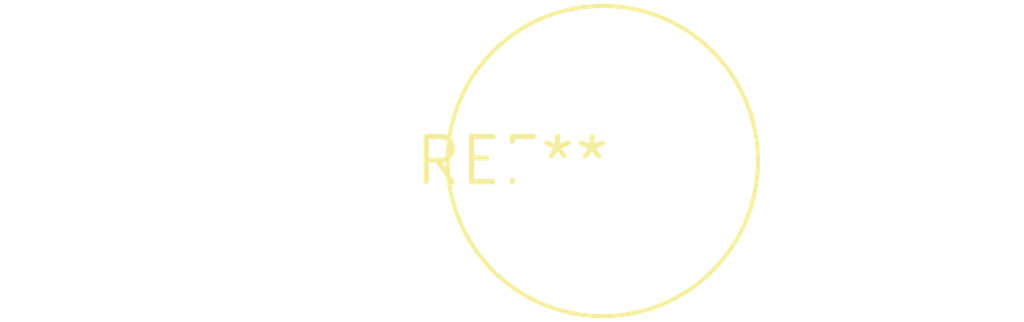
<source format=kicad_pcb>
(kicad_pcb (version 20240108) (generator pcbnew)
  (layers (0 "F.Cu" signal) (31 "B.Cu" signal) (34 "B.Paste" user) (35 "F.Paste" user) (36 "B.SilkS" user "B.Silkscreen") (37 "F.SilkS" user "F.Silkscreen") (38 "B.Mask" user) (39 "F.Mask" user) (44 "Edge.Cuts" user))
  (net 0 "")
  (footprint "Fuse_Littelfuse_372_D8.50mm" (layer "F.Cu") (at 0 0)
    (property "Reference" "REF**")
    (property "Value" "Fuse_Littelfuse_372_D8.50mm")
    (fp_circle (center 2.54 0) (end 6.9 0) (layer "F.SilkS") (stroke (width 0.12)) (fill none))
    (pad "1" thru_hole circle (at 0 0) (size 2 2) (drill 1) (layers *.Cu *.Mask) (remove_unused_layers))
    (pad "2" thru_hole circle (at 5.08 0) (size 2 2) (drill 1) (layers *.Cu *.Mask) (remove_unused_layers))
  )
)
</source>
